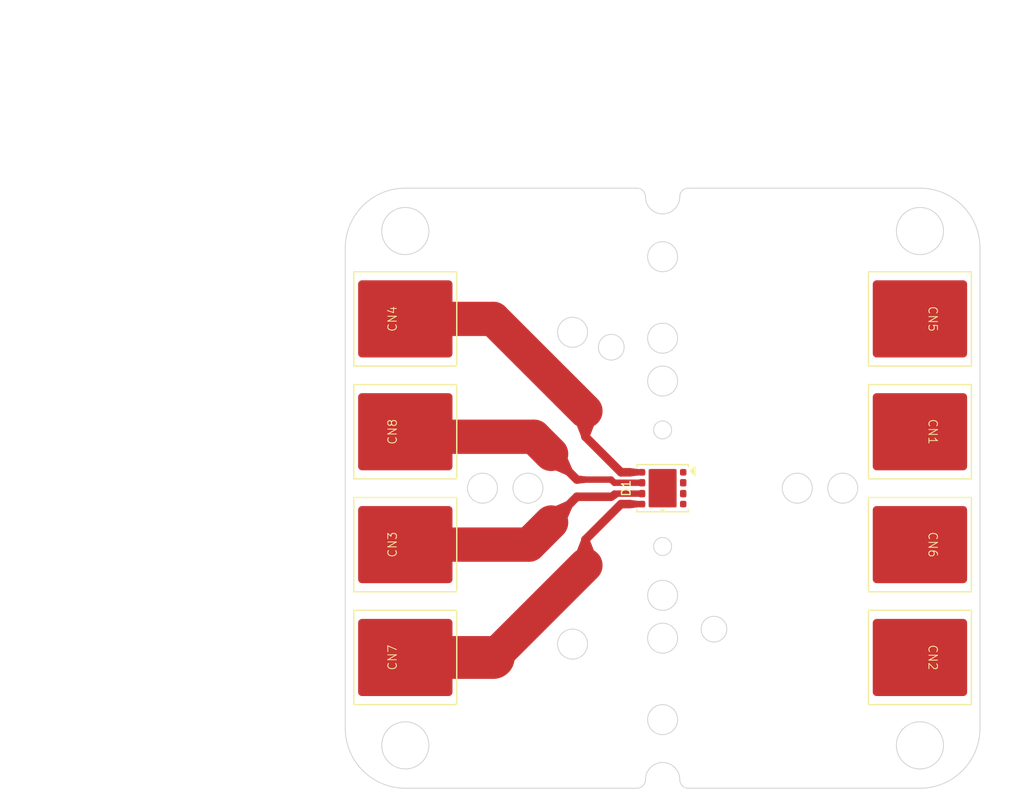
<source format=kicad_pcb>
(kicad_pcb (version 20240108) (generator "pcbnew") (generator_version "8.0")
  (title_block (title "Title Placeholder") (date "2024-11-03") (rev "A") (company "LiveAstra Technologies"))
  (layers (0 "F.Cu" mixed) (31 "B.Cu" mixed) (34 "B.Paste" user) (35 "F.Paste" user) (36 "B.SilkS" user "B.Silkscreen") (37 "F.SilkS" user "F.Silkscreen") (38 "B.Mask" user) (39 "F.Mask" user) (44 "Edge.Cuts" user))
  (property "BOARD_NAME" "AstraBeamLED")
  (property "PROJECT_NAME" "AstraBeam")
  (net 0 "")
  (net 1 "/Schematic/RED+")
  (net 2 "/Schematic/BLUE+")
  (net 3 "/Schematic/GREEN+")
  (net 4 "/Schematic/CY+")
  (net 5 "/Schematic/RED-")
  (net 6 "/Schematic/BLUE-")
  (net 7 "/Schematic/GREEN-")
  (net 8 "/Schematic/CY-")
  (net 9 "GND")
  (footprint "LiveAstra:CN_FASTON_250__41290_U" (layer "F.Cu") (at 120 93.416666 90)
    (property "Reference" "CN8" (at 0 -1.5 90) (layer "F.SilkS") (effects (font (thickness 0.1))))
    (property "Value" "250 FASTON")
    (fp_line (start 5.5 -6) (end 5.5 6) (stroke (width 0.16)) (layer "F.SilkS"))
    (fp_line (start -5.5 -6) (end 5.5 -6) (stroke (width 0.16)) (layer "F.SilkS"))
    (fp_line (start 5.5 6) (end -5.5 6) (stroke (width 0.16)) (layer "F.SilkS"))
    (fp_line (start -5.5 6) (end -5.5 -6) (stroke (width 0.16)) (layer "F.SilkS"))
    (pad "1" smd roundrect (at 0 0 90) (size 6.3 9.3) (layers "F.Cu" "F.Paste") (net 8 "/Schematic/CY-"))
    (pad "1" smd roundrect (at 0 0 90) (size 9 11) (layers "F.Cu" "F.Mask") (roundrect_rratio 0.05) (net 8 "/Schematic/CY-"))
  )
  (footprint "LiveAstra:LED_LERTDCYS2WN" (layer "F.Cu") (at 150 100 90)
    (property "Reference" "D1" (at 0 -4.25 90) (layer "F.SilkS"))
    (property "Value" "LERTDCYS2WN")
    (fp_line (start 2.5 -3) (end 2.75 -3) (stroke (width 0.16)) (layer "F.SilkS"))
    (fp_line (start -2.75 -3) (end -2.5 -3) (stroke (width 0.16)) (layer "F.SilkS"))
    (fp_line (start 2.75 3) (end 2.75 -3) (stroke (width 0.16)) (layer "F.SilkS"))
    (fp_line (start 2.5 3) (end 2.75 3) (stroke (width 0.16)) (layer "F.SilkS"))
    (fp_line (start -2.75 3) (end -2.75 -3) (stroke (width 0.16)) (layer "F.SilkS"))
    (fp_line (start -2.75 3) (end -2.5 3) (stroke (width 0.16)) (layer "F.SilkS"))
    (fp_arc (start -2.719896 -0.268438) (mid -2.548691 -0.010503) (end -2.715962 0.25) (stroke (width 0.16)) (layer "F.SilkS"))
    (fp_poly (pts (xy 1.5 3.75) (xy 2 3.25) (xy 2.5 3.75)) (stroke (width 0.16)) (fill solid) (layer "F.SilkS"))
    (pad "1" smd roundrect (at 1.855 2.4 90) (size 0.67 0.65) (layers "F.Cu" "F.Paste") (net 5 "/Schematic/RED-"))
    (pad "1" smd roundrect (at 1.855 2.4 90) (size 0.77 0.75) (layers "F.Cu" "F.Mask") (net 5 "/Schematic/RED-"))
    (pad "2" smd roundrect (at 0.635 2.4 90) (size 0.77 0.65) (layers "F.Cu" "F.Paste") (net 1 "/Schematic/RED+"))
    (pad "2" smd roundrect (at 0.635 2.4 90) (size 0.87 0.75) (layers "F.Cu" "F.Mask") (net 1 "/Schematic/RED+"))
    (pad "3" smd roundrect (at -0.635 2.4 90) (size 0.77 0.65) (layers "F.Cu" "F.Paste") (net 6 "/Schematic/BLUE-"))
    (pad "3" smd roundrect (at -0.635 2.4 90) (size 0.87 0.75) (layers "F.Cu" "F.Mask") (net 6 "/Schematic/BLUE-"))
    (pad "4" smd roundrect (at -1.855 2.4 90) (size 0.67 0.65) (layers "F.Cu" "F.Paste") (net 2 "/Schematic/BLUE+"))
    (pad "4" smd roundrect (at -1.855 2.4 90) (size 0.77 0.75) (layers "F.Cu" "F.Mask") (net 2 "/Schematic/BLUE+"))
    (pad "5" smd roundrect (at -1.855 -2.4 90) (size 0.67 0.65) (layers "F.Cu" "F.Paste") (net 7 "/Schematic/GREEN-"))
    (pad "5" smd roundrect (at -1.855 -2.4 90) (size 0.77 0.75) (layers "F.Cu" "F.Mask") (net 7 "/Schematic/GREEN-"))
    (pad "6" smd roundrect (at -0.635 -2.4 90) (size 0.77 0.65) (layers "F.Cu" "F.Paste") (net 3 "/Schematic/GREEN+"))
    (pad "6" smd roundrect (at -0.635 -2.4 90) (size 0.87 0.75) (layers "F.Cu" "F.Mask") (net 3 "/Schematic/GREEN+"))
    (pad "7" smd roundrect (at 0.635 -2.4 90) (size 0.77 0.65) (layers "F.Cu" "F.Paste") (net 8 "/Schematic/CY-"))
    (pad "7" smd roundrect (at 0.635 -2.4 90) (size 0.87 0.75) (layers "F.Cu" "F.Mask") (net 8 "/Schematic/CY-"))
    (pad "8" smd roundrect (at 1.855 -2.4 90) (size 0.67 0.65) (layers "F.Cu" "F.Paste") (net 4 "/Schematic/CY+"))
    (pad "8" smd roundrect (at 1.855 -2.4 90) (size 0.77 0.75) (layers "F.Cu" "F.Mask") (net 4 "/Schematic/CY+"))
    (pad "9" smd roundrect (at -1.755 -0.86 90) (size 0.87 1.43) (layers "F.Cu" "F.Paste") (net 9 "GND"))
    (pad "9" smd roundrect (at -1.755 0.86 90) (size 0.87 1.43) (layers "F.Cu" "F.Paste") (net 9 "GND"))
    (pad "9" smd roundrect (at -0.585 -0.86 90) (size 0.87 1.43) (layers "F.Cu" "F.Paste") (net 9 "GND"))
    (pad "9" smd roundrect (at -0.585 0.86 90) (size 0.87 1.43) (layers "F.Cu" "F.Paste") (net 9 "GND"))
    (pad "9" smd roundrect (at 0 0 90) (size 4.48 3.26) (property pad_prop_heatsink) (layers "F.Cu" "F.Mask") (roundrect_rratio 0.05) (net 9 "GND"))
    (pad "9" smd roundrect (at 0.585 -0.86 90) (size 0.87 1.43) (layers "F.Cu" "F.Paste") (net 9 "GND"))
    (pad "9" smd roundrect (at 0.585 0.86 90) (size 0.87 1.43) (layers "F.Cu" "F.Paste") (net 9 "GND"))
    (pad "9" smd roundrect (at 1.755 -0.86 90) (size 0.87 1.43) (layers "F.Cu" "F.Paste") (net 9 "GND"))
    (pad "9" smd roundrect (at 1.755 0.86 90) (size 0.87 1.43) (layers "F.Cu" "F.Paste") (net 9 "GND"))
  )
  (footprint "LiveAstra:CN_FASTON_250__41290_U" (layer "F.Cu") (at 120 106.583332 90)
    (property "Reference" "CN3" (at 0 -1.5 90) (layer "F.SilkS") (effects (font (thickness 0.1))))
    (property "Value" "250 FASTON")
    (fp_line (start 5.5 -6) (end 5.5 6) (stroke (width 0.16)) (layer "F.SilkS"))
    (fp_line (start -5.5 -6) (end 5.5 -6) (stroke (width 0.16)) (layer "F.SilkS"))
    (fp_line (start 5.5 6) (end -5.5 6) (stroke (width 0.16)) (layer "F.SilkS"))
    (fp_line (start -5.5 6) (end -5.5 -6) (stroke (width 0.16)) (layer "F.SilkS"))
    (pad "1" smd roundrect (at 0 0 90) (size 6.3 9.3) (layers "F.Cu" "F.Paste") (net 3 "/Schematic/GREEN+"))
    (pad "1" smd roundrect (at 0 0 90) (size 9 11) (layers "F.Cu" "F.Mask") (roundrect_rratio 0.05) (net 3 "/Schematic/GREEN+"))
  )
  (footprint "LiveAstra:CN_FASTON_250__41290_U" (layer "F.Cu") (at 180 93.416666 -90)
    (property "Reference" "CN1" (at 0 -1.5 -90) (layer "F.SilkS") (effects (font (thickness 0.1))))
    (property "Value" "250 FASTON")
    (fp_line (start -5.5 6) (end -5.5 -6) (stroke (width 0.16)) (layer "F.SilkS"))
    (fp_line (start 5.5 6) (end -5.5 6) (stroke (width 0.16)) (layer "F.SilkS"))
    (fp_line (start -5.5 -6) (end 5.5 -6) (stroke (width 0.16)) (layer "F.SilkS"))
    (fp_line (start 5.5 -6) (end 5.5 6) (stroke (width 0.16)) (layer "F.SilkS"))
    (pad "1" smd roundrect (at 0 0 270) (size 6.3 9.3) (layers "F.Cu" "F.Paste") (net 1 "/Schematic/RED+"))
    (pad "1" smd roundrect (at 0 0 270) (size 9 11) (layers "F.Cu" "F.Mask") (roundrect_rratio 0.05) (net 1 "/Schematic/RED+"))
  )
  (footprint "LiveAstra:CN_FASTON_250__41290_U" (layer "F.Cu") (at 120 80.25 90)
    (property "Reference" "CN4" (at 0 -1.5 90) (layer "F.SilkS") (effects (font (thickness 0.1))))
    (property "Value" "250 FASTON")
    (fp_line (start 5.5 -6) (end 5.5 6) (stroke (width 0.16)) (layer "F.SilkS"))
    (fp_line (start -5.5 -6) (end 5.5 -6) (stroke (width 0.16)) (layer "F.SilkS"))
    (fp_line (start 5.5 6) (end -5.5 6) (stroke (width 0.16)) (layer "F.SilkS"))
    (fp_line (start -5.5 6) (end -5.5 -6) (stroke (width 0.16)) (layer "F.SilkS"))
    (pad "1" smd roundrect (at 0 0 90) (size 6.3 9.3) (layers "F.Cu" "F.Paste") (net 4 "/Schematic/CY+"))
    (pad "1" smd roundrect (at 0 0 90) (size 9 11) (layers "F.Cu" "F.Mask") (roundrect_rratio 0.05) (net 4 "/Schematic/CY+"))
  )
  (footprint "LiveAstra:CN_FASTON_250__41290_U" (layer "F.Cu") (at 180 119.75 -90)
    (property "Reference" "CN2" (at 0 -1.5 -90) (layer "F.SilkS") (effects (font (thickness 0.1))))
    (property "Value" "250 FASTON")
    (fp_line (start -5.5 6) (end -5.5 -6) (stroke (width 0.16)) (layer "F.SilkS"))
    (fp_line (start 5.5 6) (end -5.5 6) (stroke (width 0.16)) (layer "F.SilkS"))
    (fp_line (start -5.5 -6) (end 5.5 -6) (stroke (width 0.16)) (layer "F.SilkS"))
    (fp_line (start 5.5 -6) (end 5.5 6) (stroke (width 0.16)) (layer "F.SilkS"))
    (pad "1" smd roundrect (at 0 0 270) (size 6.3 9.3) (layers "F.Cu" "F.Paste") (net 2 "/Schematic/BLUE+"))
    (pad "1" smd roundrect (at 0 0 270) (size 9 11) (layers "F.Cu" "F.Mask") (roundrect_rratio 0.05) (net 2 "/Schematic/BLUE+"))
  )
  (footprint "LiveAstra:CN_FASTON_250__41290_U" (layer "F.Cu") (at 120 119.75 90)
    (property "Reference" "CN7" (at 0 -1.5 90) (layer "F.SilkS") (effects (font (thickness 0.1))))
    (property "Value" "250 FASTON")
    (fp_line (start 5.5 -6) (end 5.5 6) (stroke (width 0.16)) (layer "F.SilkS"))
    (fp_line (start -5.5 -6) (end 5.5 -6) (stroke (width 0.16)) (layer "F.SilkS"))
    (fp_line (start 5.5 6) (end -5.5 6) (stroke (width 0.16)) (layer "F.SilkS"))
    (fp_line (start -5.5 6) (end -5.5 -6) (stroke (width 0.16)) (layer "F.SilkS"))
    (pad "1" smd roundrect (at 0 0 90) (size 6.3 9.3) (layers "F.Cu" "F.Paste") (net 7 "/Schematic/GREEN-"))
    (pad "1" smd roundrect (at 0 0 90) (size 9 11) (layers "F.Cu" "F.Mask") (roundrect_rratio 0.05) (net 7 "/Schematic/GREEN-"))
  )
  (footprint "LiveAstra:CN_FASTON_250__41290_U" (layer "F.Cu") (at 180 80.25 -90)
    (property "Reference" "CN5" (at 0 -1.5 -90) (layer "F.SilkS") (effects (font (thickness 0.1))))
    (property "Value" "250 FASTON")
    (fp_line (start -5.5 6) (end -5.5 -6) (stroke (width 0.16)) (layer "F.SilkS"))
    (fp_line (start 5.5 6) (end -5.5 6) (stroke (width 0.16)) (layer "F.SilkS"))
    (fp_line (start -5.5 -6) (end 5.5 -6) (stroke (width 0.16)) (layer "F.SilkS"))
    (fp_line (start 5.5 -6) (end 5.5 6) (stroke (width 0.16)) (layer "F.SilkS"))
    (pad "1" smd roundrect (at 0 0 270) (size 6.3 9.3) (layers "F.Cu" "F.Paste") (net 5 "/Schematic/RED-"))
    (pad "1" smd roundrect (at 0 0 270) (size 9 11) (layers "F.Cu" "F.Mask") (roundrect_rratio 0.05) (net 5 "/Schematic/RED-"))
  )
  (footprint "LiveAstra:CN_FASTON_250__41290_U" (layer "F.Cu") (at 180 106.583332 -90)
    (property "Reference" "CN6" (at 0 -1.5 -90) (layer "F.SilkS") (effects (font (thickness 0.1))))
    (property "Value" "250 FASTON")
    (fp_line (start -5.5 6) (end -5.5 -6) (stroke (width 0.16)) (layer "F.SilkS"))
    (fp_line (start 5.5 6) (end -5.5 6) (stroke (width 0.16)) (layer "F.SilkS"))
    (fp_line (start -5.5 -6) (end 5.5 -6) (stroke (width 0.16)) (layer "F.SilkS"))
    (fp_line (start 5.5 -6) (end 5.5 6) (stroke (width 0.16)) (layer "F.SilkS"))
    (pad "1" smd roundrect (at 0 0 270) (size 6.3 9.3) (layers "F.Cu" "F.Paste") (net 6 "/Schematic/BLUE-"))
    (pad "1" smd roundrect (at 0 0 270) (size 9 11) (layers "F.Cu" "F.Mask") (roundrect_rratio 0.05) (net 6 "/Schematic/BLUE-"))
  )
  (gr_circle (center 150 117.5) (end 150 115.75) (stroke (width 0.1)) (fill none) (layer "Edge.Cuts"))
  (gr_circle (center 150 93.2) (end 150 92.15) (stroke (width 0.1)) (fill none) (layer "Edge.Cuts"))
  (gr_circle (center 129 100) (end 129 98.25) (stroke (width 0.1)) (fill none) (layer "Edge.Cuts"))
  (gr_arc (start 180 65) (mid 184.949747 67.050252) (end 187 72) (stroke (width 0.1)) (layer "Edge.Cuts"))
  (gr_circle (center 144.014647 83.555379) (end 144.014647 82.055379) (stroke (width 0.1)) (fill none) (layer "Edge.Cuts"))
  (gr_circle (center 150 106.8) (end 150 105.75) (stroke (width 0.1)) (fill none) (layer "Edge.Cuts"))
  (gr_arc (start 187 128) (mid 184.949745 132.94975) (end 180 135) (stroke (width 0.1)) (layer "Edge.Cuts"))
  (gr_circle (center 180 70) (end 182.75 70) (stroke (width 0.1)) (fill none) (layer "Edge.Cuts"))
  (gr_circle (center 150 82.5) (end 150 80.75) (stroke (width 0.1)) (fill none) (layer "Edge.Cuts"))
  (gr_arc (start 113 72) (mid 115.050266 67.050239) (end 120 65) (stroke (width 0.1)) (layer "Edge.Cuts"))
  (gr_line (start 187 128) (end 187 72) (stroke (width 0.1)) (layer "Edge.Cuts"))
  (gr_circle (center 171 100) (end 171 98.25) (stroke (width 0.1)) (fill none) (layer "Edge.Cuts"))
  (gr_arc (start 153 135) (mid 152.292893 134.707107) (end 152 134) (stroke (width 0.1)) (layer "Edge.Cuts"))
  (gr_line (start 180 65) (end 153 65) (stroke (width 0.1)) (layer "Edge.Cuts"))
  (gr_circle (center 134.3 100) (end 134.3 98.25) (stroke (width 0.1)) (fill none) (layer "Edge.Cuts"))
  (gr_arc (start 152 66) (mid 150 68) (end 148 66) (stroke (width 0.1)) (layer "Edge.Cuts"))
  (gr_circle (center 150 127) (end 150 125.25) (stroke (width 0.1)) (fill none) (layer "Edge.Cuts"))
  (gr_line (start 113 72) (end 113 128) (stroke (width 0.1)) (layer "Edge.Cuts"))
  (gr_arc (start 148 134) (mid 147.707107 134.707107) (end 147 135) (stroke (width 0.1)) (layer "Edge.Cuts"))
  (gr_circle (center 150 87.5) (end 150 85.75) (stroke (width 0.1)) (fill none) (layer "Edge.Cuts"))
  (gr_line (start 147 65) (end 120 65) (stroke (width 0.1)) (layer "Edge.Cuts"))
  (gr_circle (center 155.985353 116.444621) (end 155.985353 114.944621) (stroke (width 0.1)) (fill none) (layer "Edge.Cuts"))
  (gr_circle (center 139.5 81.813467) (end 139.5 80.063467) (stroke (width 0.1)) (fill none) (layer "Edge.Cuts"))
  (gr_arc (start 152 66) (mid 152.292893 65.292893) (end 153 65) (stroke (width 0.1)) (layer "Edge.Cuts"))
  (gr_circle (center 180 130) (end 182.75 130) (stroke (width 0.1)) (fill none) (layer "Edge.Cuts"))
  (gr_circle (center 120 130) (end 122.75 130) (stroke (width 0.1)) (fill none) (layer "Edge.Cuts"))
  (gr_circle (center 139.5 118.186533) (end 139.5 116.436533) (stroke (width 0.1)) (fill none) (layer "Edge.Cuts"))
  (gr_line (start 153 135) (end 180 135) (stroke (width 0.1)) (layer "Edge.Cuts"))
  (gr_arc (start 148 134) (mid 150 132) (end 152 134) (stroke (width 0.1)) (layer "Edge.Cuts"))
  (gr_arc (start 120 135) (mid 115.050253 132.949747) (end 113 128) (stroke (width 0.1)) (layer "Edge.Cuts"))
  (gr_circle (center 120 70) (end 122.75 70) (stroke (width 0.1)) (fill none) (layer "Edge.Cuts"))
  (gr_circle (center 150 112.5) (end 150 110.75) (stroke (width 0.1)) (fill none) (layer "Edge.Cuts"))
  (gr_line (start 120 135) (end 147 135) (stroke (width 0.1)) (layer "Edge.Cuts"))
  (gr_circle (center 165.7 100) (end 165.7 98.25) (stroke (width 0.1)) (fill none) (layer "Edge.Cuts"))
  (gr_arc (start 147 65) (mid 147.707107 65.292893) (end 148 66) (stroke (width 0.1)) (layer "Edge.Cuts"))
  (gr_circle (center 150 73) (end 150 71.25) (stroke (width 0.1)) (fill none) (layer "Edge.Cuts"))
  (segment (start 137 104) (end 134.416668 106.583332) (width 4) (layer "F.Cu") (net 3))
  (segment (start 134.416668 106.583332) (end 120 106.583332) (width 4) (layer "F.Cu") (net 3))
  (segment (start 144 101) (end 140 101) (width 1) (layer "F.Cu") (net 3))
  (segment (start 144 101) (end 144.365 100.635) (width 0.75) (layer "F.Cu") (net 3))
  (segment (start 144.365 100.635) (end 147.6 100.635) (width 0.75) (layer "F.Cu") (net 3))
  (segment (start 140 101) (end 137 104) (width 1) (layer "F.Cu") (net 3))
  (segment (start 141 91) (end 130.25 80.25) (width 4) (layer "F.Cu") (net 4))
  (segment (start 141 94) (end 145.145 98.145) (width 1) (layer "F.Cu") (net 4))
  (segment (start 130.25 80.25) (end 120 80.25) (width 4) (layer "F.Cu") (net 4))
  (segment (start 146.145 98.145) (end 147.6 98.145) (width 0.75) (layer "F.Cu") (net 4))
  (segment (start 141 91) (end 141 94) (width 1) (layer "F.Cu") (net 4))
  (segment (start 145.145 98.145) (end 146.145 98.145) (width 1) (layer "F.Cu") (net 4))
  (segment (start 130.25 119.75) (end 120 119.75) (width 5) (layer "F.Cu") (net 7))
  (segment (start 145.145 101.855) (end 146.145 101.855) (width 1) (layer "F.Cu") (net 7))
  (segment (start 141 106) (end 145.145 101.855) (width 1) (layer "F.Cu") (net 7))
  (segment (start 141 109) (end 141 106) (width 1) (layer "F.Cu") (net 7))
  (segment (start 146.145 101.855) (end 147.6 101.855) (width 0.75) (layer "F.Cu") (net 7))
  (segment (start 141 109) (end 130.25 119.75) (width 4) (layer "F.Cu") (net 7))
  (segment (start 144.365 99.365) (end 147.6 99.365) (width 0.75) (layer "F.Cu") (net 8))
  (segment (start 140 99) (end 137 96) (width 1) (layer "F.Cu") (net 8))
  (segment (start 120.583334 94) (end 120 93.416666) (width 4) (layer "F.Cu") (net 8))
  (segment (start 137 96) (end 135 94) (width 4) (layer "F.Cu") (net 8))
  (segment (start 140 99) (end 144 99) (width 0.75) (layer "F.Cu") (net 8))
  (segment (start 144 99) (end 144.365 99.365) (width 0.75) (layer "F.Cu") (net 8))
  (segment (start 135 94) (end 120.583334 94) (width 4) (layer "F.Cu") (net 8))
)
</source>
